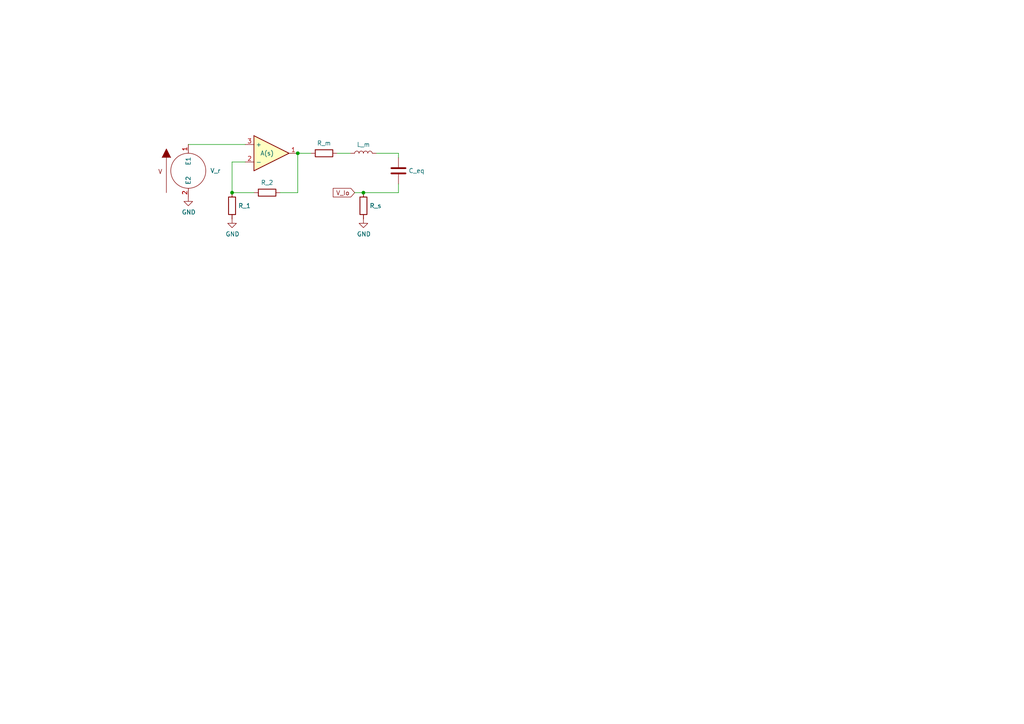
<source format=kicad_sch>
(kicad_sch (version 20230121) (generator eeschema)
  (paper "A4")
  (lib_symbols
    (symbol "Device:C" (pin_numbers hide) (pin_names (offset 0.254))
      (property "Reference" "C" (at 0.635 2.54 0))
      (property "Value" "C" (at 0.635 -2.54 0))
      (symbol "C_0_1"
        (polyline (pts (xy -2.032 -0.762) (xy 2.032 -0.762)) (stroke (width 0.508)))
        (polyline (pts (xy -2.032 0.762) (xy 2.032 0.762)) (stroke (width 0.508)))
      )
      (symbol "C_1_1"
        (pin passive line (at 0 3.81 270) (length 2.794) (name "~") (number "1"))
        (pin passive line (at 0 -3.81 90) (length 2.794) (name "~") (number "2"))
      )
    )
    (symbol "Device:L" (pin_numbers hide) (pin_names (offset 1.016) hide)
      (property "Reference" "L" (at -1.27 0 90))
      (property "Value" "L" (at 1.905 0 90))
      (symbol "L_0_1"
        (arc (start 0 -2.54) (mid 0.6323 -1.905) (end 0 -1.27))
        (arc (start 0 -1.27) (mid 0.6323 -0.635) (end 0 0))
        (arc (start 0 0) (mid 0.6323 0.635) (end 0 1.27))
        (arc (start 0 1.27) (mid 0.6323 1.905) (end 0 2.54))
      )
      (symbol "L_1_1"
        (pin passive line (at 0 3.81 270) (length 1.27) (name "1") (number "1"))
        (pin passive line (at 0 -3.81 90) (length 1.27) (name "2") (number "2"))
      )
    )
    (symbol "Device:R" (pin_numbers hide) (pin_names (offset 0))
      (property "Reference" "R" (at 2.032 0 90))
      (property "Value" "R" (at 0 0 90))
      (symbol "R_0_1"
        (rectangle (start -1.016 -2.54) (end 1.016 2.54) (stroke (width 0.254)))
      )
      (symbol "R_1_1"
        (pin passive line (at 0 3.81 270) (length 1.27) (name "~") (number "1"))
        (pin passive line (at 0 -3.81 90) (length 1.27) (name "~") (number "2"))
      )
    )
    (symbol "motor_driver_circuit-rescue:Opamp_Dual_Generic-Device"
      (property "Reference" "U" (at 0 5.08 0))
      (property "Value" "Device_Opamp_Dual_Generic" (at 0 -5.08 0))
      (symbol "Opamp_Dual_Generic-Device_1_1"
        (polyline (pts (xy -5.08 5.08) (xy 5.08 0) (xy -5.08 -5.08) (xy -5.08 5.08)) (stroke (width 0.254)) (fill (type background)))
        (pin output line (at 7.62 0 180) (length 2.54) (name "~") (number "1"))
        (pin input line (at -7.62 -2.54 0) (length 2.54) (name "-") (number "2"))
        (pin input line (at -7.62 2.54 0) (length 2.54) (name "+") (number "3"))
      )
      (symbol "Opamp_Dual_Generic-Device_2_1"
        (polyline (pts (xy -5.08 5.08) (xy 5.08 0) (xy -5.08 -5.08) (xy -5.08 5.08)) (stroke (width 0.254)) (fill (type background)))
        (pin input line (at -7.62 2.54 0) (length 2.54) (name "+") (number "5"))
        (pin input line (at -7.62 -2.54 0) (length 2.54) (name "-") (number "6"))
        (pin output line (at 7.62 0 180) (length 2.54) (name "~") (number "7"))
      )
      (symbol "Opamp_Dual_Generic-Device_3_1"
        (pin power_in line (at -2.54 -7.62 90) (length 3.81) (name "V-") (number "4"))
        (pin power_in line (at -2.54 7.62 270) (length 3.81) (name "V+") (number "8"))
      )
    )
    (symbol "motor_driver_circuit-rescue:VSOURCE-pspice" (pin_names (offset 1.016))
      (property "Reference" "V" (at -6.35 7.62 0))
      (property "Value" "pspice_VSOURCE" (at 0 0 0))
      (symbol "VSOURCE-pspice_0_1"
        (polyline (pts (xy -6.35 -6.35) (xy -6.35 3.81)) (fill (type outline)))
        (polyline (pts (xy -7.62 3.81) (xy -6.35 6.35) (xy -5.08 3.81)) (fill (type outline)))
        (circle (center 0 0) (radius 5.08))
        (text "V" (at -8.128 -0.254 0) (effects (font (size 1.27 1.27))))
      )
      (symbol "VSOURCE-pspice_1_1"
        (pin input line (at 0 7.62 270) (length 2.54) (name "E1") (number "1"))
        (pin input line (at 0 -7.62 90) (length 2.54) (name "E2") (number "2"))
      )
    )
    (symbol "power:GND" (power) (pin_names (offset 0))
      (property "Value" "GND" (at 0 -3.81 0))
      (symbol "GND_0_1"
        (polyline (pts (xy 0 0) (xy 0 -1.27) (xy 1.27 -1.27) (xy 0 -2.54) (xy -1.27 -1.27) (xy 0 -1.27)))
      )
      (symbol "GND_1_1"
        (pin power_in line (at 0 0 270) (length 0) hide (name "GND") (number "1"))
      )
    )
  )
  (junction (at 105.41 55.88))
  (junction (at 67.31 55.88))
  (junction (at 86.36 44.45))
  (wire (pts (xy 109.22 44.45) (xy 115.57 44.45)))
  (wire (pts (xy 115.57 55.88) (xy 105.41 55.88)))
  (wire (pts (xy 101.6 44.45) (xy 97.79 44.45)))
  (wire (pts (xy 67.31 46.99) (xy 67.31 55.88)))
  (wire (pts (xy 115.57 44.45) (xy 115.57 45.72)))
  (wire (pts (xy 102.87 55.88) (xy 105.41 55.88)))
  (wire (pts (xy 73.66 55.88) (xy 67.31 55.88)))
  (wire (pts (xy 115.57 53.34) (xy 115.57 55.88)))
  (wire (pts (xy 71.12 46.99) (xy 67.31 46.99)))
  (wire (pts (xy 71.12 41.91) (xy 54.61 41.91)))
  (wire (pts (xy 86.36 55.88) (xy 86.36 44.45)))
  (wire (pts (xy 81.28 55.88) (xy 86.36 55.88)))
  (wire (pts (xy 86.36 44.45) (xy 90.17 44.45)))
  (global_label "V_Io" (shape input) (at 102.87 55.88 180) (property "Intersheetrefs" "${INTERSHEET_REFS}" (effects hide)))
  (symbol (lib_id "motor_driver_circuit-rescue:Opamp_Dual_Generic-Device") (at 78.74 44.45 0) (unit 1)
    (property "Reference" "U1" (effects hide))
    (property "Value" "A(s)" (at 77.47 44.45 0))
  )
  (symbol (lib_id "motor_driver_circuit-rescue:VSOURCE-pspice") (at 54.61 49.53 0) (unit 1)
    (property "Reference" "V1" (effects hide))
    (property "Value" "V_r" (at 60.96 49.53 0) (effects (justify left)))
  )
  (symbol (lib_id "power:GND") (at 54.61 57.15 0) (unit 1)
    (property "Reference" "#PWR01" (effects hide))
    (property "Value" "GND" (at 54.737 61.5442 0))
  )
  (symbol (lib_id "Device:R") (at 77.47 55.88 270) (unit 1)
    (property "Reference" "R1" (effects hide))
    (property "Value" "R_2" (at 77.47 52.959 90))
  )
  (symbol (lib_id "Device:R") (at 67.31 59.69 180) (unit 1)
    (property "Reference" "R3" (effects hide))
    (property "Value" "R_1" (at 69.088 59.69 0) (effects (justify right)))
  )
  (symbol (lib_id "power:GND") (at 67.31 63.5 0) (unit 1)
    (property "Reference" "#PWR02" (effects hide))
    (property "Value" "GND" (at 67.437 67.8942 0))
  )
  (symbol (lib_id "Device:R") (at 93.98 44.45 270) (unit 1)
    (property "Reference" "R2" (effects hide))
    (property "Value" "R_m" (at 93.98 41.529 90))
  )
  (symbol (lib_id "Device:L") (at 105.41 44.45 90) (unit 1)
    (property "Reference" "L1" (effects hide))
    (property "Value" "L_m" (at 105.41 41.9354 90))
  )
  (symbol (lib_id "Device:C") (at 115.57 49.53 0) (unit 1)
    (property "Reference" "C1" (effects hide))
    (property "Value" "C_eq" (at 118.491 49.53 0) (effects (justify left)))
  )
  (symbol (lib_id "Device:R") (at 105.41 59.69 180) (unit 1)
    (property "Reference" "R?" (effects hide))
    (property "Value" "R_s" (at 107.188 59.69 0) (effects (justify right)))
  )
  (symbol (lib_id "power:GND") (at 105.41 63.5 0) (unit 1)
    (property "Reference" "#PWR03" (effects hide))
    (property "Value" "GND" (at 105.537 67.8942 0))
  )
)
</source>
